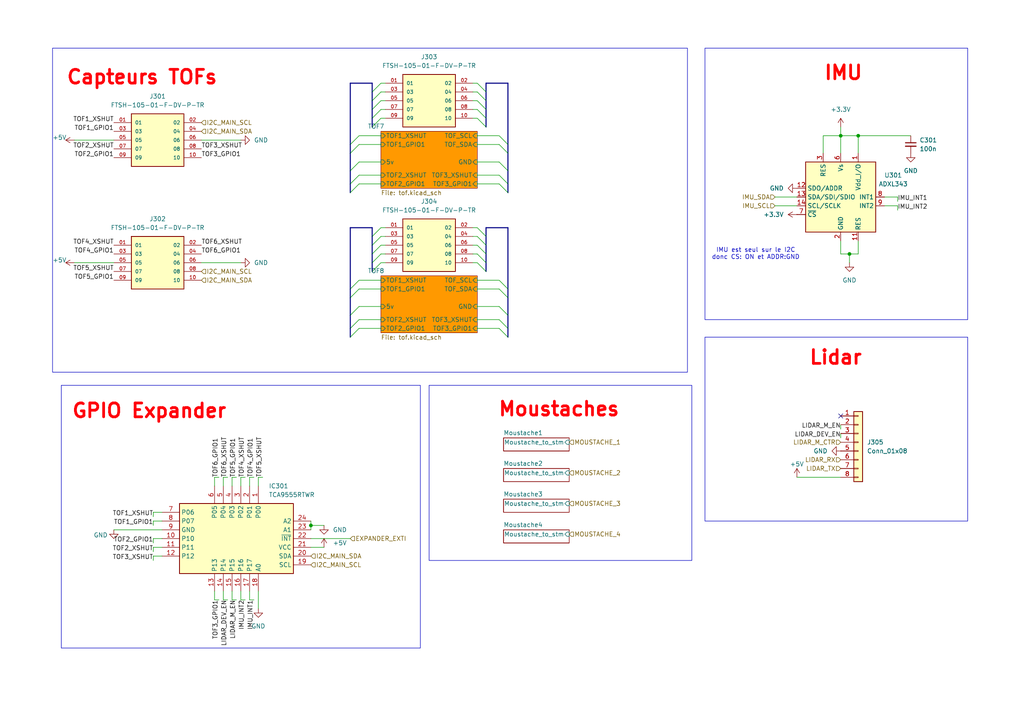
<source format=kicad_sch>
(kicad_sch (version 20231120) (generator "eeschema") (generator_version "8.0")
  (paper "A4")
  (lib_symbols
    (symbol "+3.3V_1" (power) (pin_numbers hide) (pin_names (offset 0) hide)
      (property "Value" "+3.3V" (at 0 3.556 0))
      (symbol "+3.3V_1_0_1"
        (polyline (pts (xy -0.762 1.27) (xy 0 2.54)))
        (polyline (pts (xy 0 0) (xy 0 2.54)))
        (polyline (pts (xy 0 2.54) (xy 0.762 1.27)))
      )
      (symbol "+3.3V_1_1_1"
        (pin power_in line (at 0 0 90) (length 0) (name "~") (number "1"))
      )
    )
    (symbol "Connector_Generic:Conn_01x08" (pin_names (offset 1.016) hide)
      (property "Reference" "J" (at 0 10.16 0))
      (property "Value" "Conn_01x08" (at 0 -12.7 0))
      (symbol "Conn_01x08_1_1"
        (rectangle (start -1.27 -10.033) (end 0 -10.287) (stroke (width 0.1524)))
        (rectangle (start -1.27 -7.493) (end 0 -7.747) (stroke (width 0.1524)))
        (rectangle (start -1.27 -4.953) (end 0 -5.207) (stroke (width 0.1524)))
        (rectangle (start -1.27 -2.413) (end 0 -2.667) (stroke (width 0.1524)))
        (rectangle (start -1.27 0.127) (end 0 -0.127) (stroke (width 0.1524)))
        (rectangle (start -1.27 2.667) (end 0 2.413) (stroke (width 0.1524)))
        (rectangle (start -1.27 5.207) (end 0 4.953) (stroke (width 0.1524)))
        (rectangle (start -1.27 7.747) (end 0 7.493) (stroke (width 0.1524)))
        (rectangle (start -1.27 8.89) (end 1.27 -11.43) (stroke (width 0.254)) (fill (type background)))
        (pin passive line (at -5.08 7.62 0) (length 3.81) (name "Pin_1") (number "1"))
        (pin passive line (at -5.08 5.08 0) (length 3.81) (name "Pin_2") (number "2"))
        (pin passive line (at -5.08 2.54 0) (length 3.81) (name "Pin_3") (number "3"))
        (pin passive line (at -5.08 0 0) (length 3.81) (name "Pin_4") (number "4"))
        (pin passive line (at -5.08 -2.54 0) (length 3.81) (name "Pin_5") (number "5"))
        (pin passive line (at -5.08 -5.08 0) (length 3.81) (name "Pin_6") (number "6"))
        (pin passive line (at -5.08 -7.62 0) (length 3.81) (name "Pin_7") (number "7"))
        (pin passive line (at -5.08 -10.16 0) (length 3.81) (name "Pin_8") (number "8"))
      )
    )
    (symbol "Device:C_Small" (pin_numbers hide) (pin_names (offset 0.254) hide)
      (property "Reference" "C" (at 0.254 1.778 0))
      (property "Value" "C_Small" (at 0.254 -2.032 0))
      (symbol "C_Small_0_1"
        (polyline (pts (xy -1.524 -0.508) (xy 1.524 -0.508)) (stroke (width 0.3302)))
        (polyline (pts (xy -1.524 0.508) (xy 1.524 0.508)) (stroke (width 0.3048)))
      )
      (symbol "C_Small_1_1"
        (pin passive line (at 0 2.54 270) (length 2.032) (name "~") (number "1"))
        (pin passive line (at 0 -2.54 90) (length 2.032) (name "~") (number "2"))
      )
    )
    (symbol "GND_1" (power) (pin_numbers hide) (pin_names (offset 0) hide)
      (property "Value" "GND" (at 0 -3.81 0))
      (symbol "GND_1_0_1"
        (polyline (pts (xy 0 0) (xy 0 -1.27) (xy 1.27 -1.27) (xy 0 -2.54) (xy -1.27 -1.27) (xy 0 -1.27)))
      )
      (symbol "GND_1_1_1"
        (pin power_in line (at 0 0 270) (length 0) (name "~") (number "1"))
      )
    )
    (symbol "GND_2" (power) (pin_numbers hide) (pin_names (offset 0) hide)
      (property "Value" "GND" (at 0 -3.81 0))
      (symbol "GND_2_0_1"
        (polyline (pts (xy 0 0) (xy 0 -1.27) (xy 1.27 -1.27) (xy 0 -2.54) (xy -1.27 -1.27) (xy 0 -1.27)))
      )
      (symbol "GND_2_1_1"
        (pin power_in line (at 0 0 270) (length 0) (name "~") (number "1"))
      )
    )
    (symbol "GND_3" (power) (pin_numbers hide) (pin_names (offset 0) hide)
      (property "Value" "GND" (at 0 -3.81 0))
      (symbol "GND_3_0_1"
        (polyline (pts (xy 0 0) (xy 0 -1.27) (xy 1.27 -1.27) (xy 0 -2.54) (xy -1.27 -1.27) (xy 0 -1.27)))
      )
      (symbol "GND_3_1_1"
        (pin power_in line (at 0 0 270) (length 0) (name "~") (number "1"))
      )
    )
    (symbol "Sensor_Motion:ADXL343"
      (property "Reference" "U301" (at 15.24 6.3186 0))
      (property "Value" "ADXL343" (at 15.24 3.7786 0))
      (symbol "ADXL343_0_1"
        (rectangle (start -10.16 10.16) (end 10.16 -10.16) (stroke (width 0.254)) (fill (type background)))
      )
      (symbol "ADXL343_1_1"
        (pin power_in line (at 5.08 12.7 270) (length 2.54) (name "Vdd_I/O") (number "1"))
        (pin no_connect line (at -5.08 -10.16 90) (length 2.54) hide (name "NC") (number "10"))
        (pin power_in line (at 5.08 -12.7 90) (length 2.54) (name "RES") (number "11"))
        (pin passive line (at -12.7 2.54 0) (length 2.54) (name "SDO/ADDR") (number "12"))
        (pin passive line (at -12.7 0 0) (length 2.54) (name "SDA/SDI/SDIO") (number "13"))
        (pin input line (at -12.7 -2.54 0) (length 2.54) (name "SCL/SCLK") (number "14"))
        (pin power_in line (at 0 -12.7 90) (length 2.54) (name "GND") (number "2"))
        (pin power_in line (at -5.08 12.7 270) (length 2.54) (name "RES") (number "3"))
        (pin passive line (at 0 -12.7 90) (length 2.54) hide (name "GND") (number "4"))
        (pin passive line (at 0 -12.7 90) (length 2.54) hide (name "GND") (number "5"))
        (pin power_in line (at 0 12.7 270) (length 2.54) (name "Vs") (number "6"))
        (pin input line (at -12.7 -5.08 0) (length 2.54) (name "~{CS}") (number "7"))
        (pin output line (at 12.7 0 180) (length 2.54) (name "INT1") (number "8"))
        (pin output line (at 12.7 -2.54 180) (length 2.54) (name "INT2") (number "9"))
      )
    )
    (symbol "TCA9555RTWR:TCA9555RTWR"
      (property "Reference" "IC301" (at 0 3.0165 90))
      (property "Value" "TCA9555RTWR" (at 2.54 3.0165 90))
      (symbol "TCA9555RTWR_1_1"
        (rectangle (start 5.08 10.16) (end 25.4 -22.86) (stroke (width 0.254)) (fill (type background)))
        (pin passive line (at 0 0 0) (length 5.08) (name "P00") (number "1"))
        (pin passive line (at 15.24 -27.94 90) (length 5.08) (name "P10") (number "10"))
        (pin passive line (at 17.78 -27.94 90) (length 5.08) (name "P11") (number "11"))
        (pin passive line (at 20.32 -27.94 90) (length 5.08) (name "P12") (number "12"))
        (pin passive line (at 30.48 -12.7 180) (length 5.08) (name "P13") (number "13"))
        (pin passive line (at 30.48 -10.16 180) (length 5.08) (name "P14") (number "14"))
        (pin passive line (at 30.48 -7.62 180) (length 5.08) (name "P15") (number "15"))
        (pin passive line (at 30.48 -5.08 180) (length 5.08) (name "P16") (number "16"))
        (pin passive line (at 30.48 -2.54 180) (length 5.08) (name "P17") (number "17"))
        (pin passive line (at 30.48 0 180) (length 5.08) (name "A0") (number "18"))
        (pin passive line (at 22.86 15.24 270) (length 5.08) (name "SCL") (number "19"))
        (pin passive line (at 0 -2.54 0) (length 5.08) (name "P01") (number "2"))
        (pin passive line (at 20.32 15.24 270) (length 5.08) (name "SDA") (number "20"))
        (pin power_in line (at 17.78 15.24 270) (length 5.08) (name "VCC") (number "21"))
        (pin passive line (at 15.24 15.24 270) (length 5.08) (name "~{INT}") (number "22"))
        (pin power_in line (at 12.7 15.24 270) (length 5.08) (name "A1") (number "23"))
        (pin power_in line (at 10.16 15.24 270) (length 5.08) (name "A2") (number "24"))
        (pin passive line (at 0 -5.08 0) (length 5.08) (name "P02") (number "3"))
        (pin passive line (at 0 -7.62 0) (length 5.08) (name "P03") (number "4"))
        (pin passive line (at 0 -10.16 0) (length 5.08) (name "P04") (number "5"))
        (pin passive line (at 0 -12.7 0) (length 5.08) (name "P05") (number "6"))
        (pin passive line (at 7.62 -27.94 90) (length 5.08) (name "P06") (number "7"))
        (pin passive line (at 10.16 -27.94 90) (length 5.08) (name "P07") (number "8"))
        (pin power_in line (at 12.7 -27.94 90) (length 5.08) (name "GND") (number "9"))
      )
    )
    (symbol "Tom&Jerry:FTSH-105-01-F-DV-P-TR" (pin_names (offset 1.016))
      (property "Reference" "J" (at -8.12 7.62 0))
      (property "Value" "FTSH-105-01-F-DV-P-TR" (at -7.62 -10.16 0))
      (symbol "FTSH-105-01-F-DV-P-TR_0_0"
        (rectangle (start -7.62 -7.62) (end 7.62 7.62) (stroke (width 0.254)) (fill (type background)))
        (pin passive line (at -12.7 5.08 0) (length 5.08) (name "01") (number "01"))
        (pin passive line (at 12.7 5.08 180) (length 5.08) (name "02") (number "02"))
        (pin passive line (at -12.7 2.54 0) (length 5.08) (name "03") (number "03"))
        (pin passive line (at 12.7 2.54 180) (length 5.08) (name "04") (number "04"))
        (pin passive line (at -12.7 0 0) (length 5.08) (name "05") (number "05"))
        (pin passive line (at 12.7 0 180) (length 5.08) (name "06") (number "06"))
        (pin passive line (at -12.7 -2.54 0) (length 5.08) (name "07") (number "07"))
        (pin passive line (at 12.7 -2.54 180) (length 5.08) (name "08") (number "08"))
        (pin passive line (at -12.7 -5.08 0) (length 5.08) (name "09") (number "09"))
        (pin passive line (at 12.7 -5.08 180) (length 5.08) (name "10") (number "10"))
      )
    )
    (symbol "power:+5V" (power) (pin_names (offset 0))
      (property "Value" "+5V" (at 0 3.556 0))
      (symbol "+5V_0_1"
        (polyline (pts (xy -0.762 1.27) (xy 0 2.54)))
        (polyline (pts (xy 0 0) (xy 0 2.54)))
        (polyline (pts (xy 0 2.54) (xy 0.762 1.27)))
      )
      (symbol "+5V_1_1"
        (pin power_in line (at 0 0 90) (length 0) hide (name "+5V") (number "1"))
      )
    )
    (symbol "power:GND" (power) (pin_names (offset 0))
      (property "Value" "GND" (at 0 -3.81 0))
      (symbol "GND_0_1"
        (polyline (pts (xy 0 0) (xy 0 -1.27) (xy 1.27 -1.27) (xy 0 -2.54) (xy -1.27 -1.27) (xy 0 -1.27)))
      )
      (symbol "GND_1_1"
        (pin power_in line (at 0 0 270) (length 0) hide (name "GND") (number "1"))
      )
    )
  )
  (junction (at 243.84 39.37))
  (junction (at 248.92 39.37))
  (junction (at 90.17 152.4))
  (junction (at 246.38 73.66))
  (no_connect (at 243.84 120.65))
  (bus_entry (at 101.6 41.91) (size 2.54 -2.54))
  (bus_entry (at 144.78 81.28) (size 2.54 2.54))
  (bus_entry (at 110.49 73.66) (size -2.54 2.54))
  (bus_entry (at 138.43 76.2) (size 2.54 2.54))
  (bus_entry (at 138.43 34.29) (size 2.54 2.54))
  (bus_entry (at 101.6 83.82) (size 2.54 -2.54))
  (bus_entry (at 110.49 29.21) (size -2.54 2.54))
  (bus_entry (at 138.43 68.58) (size 2.54 2.54))
  (bus_entry (at 110.49 34.29) (size -2.54 2.54))
  (bus_entry (at 101.6 55.88) (size 2.54 -2.54))
  (bus_entry (at 144.78 53.34) (size 2.54 2.54))
  (bus_entry (at 144.78 41.91) (size 2.54 2.54))
  (bus_entry (at 101.6 97.79) (size 2.54 -2.54))
  (bus_entry (at 144.78 88.9) (size 2.54 2.54))
  (bus_entry (at 110.49 66.04) (size -2.54 2.54))
  (bus_entry (at 110.49 26.67) (size -2.54 2.54))
  (bus_entry (at 138.43 73.66) (size 2.54 2.54))
  (bus_entry (at 101.6 95.25) (size 2.54 -2.54))
  (bus_entry (at 138.43 71.12) (size 2.54 2.54))
  (bus_entry (at 144.78 83.82) (size 2.54 2.54))
  (bus_entry (at 110.49 31.75) (size -2.54 2.54))
  (bus_entry (at 138.43 29.21) (size 2.54 2.54))
  (bus_entry (at 101.6 86.36) (size 2.54 -2.54))
  (bus_entry (at 138.43 66.04) (size 2.54 2.54))
  (bus_entry (at 138.43 24.13) (size 2.54 2.54))
  (bus_entry (at 138.43 26.67) (size 2.54 2.54))
  (bus_entry (at 110.49 71.12) (size -2.54 2.54))
  (bus_entry (at 101.6 53.34) (size 2.54 -2.54))
  (bus_entry (at 104.14 88.9) (size -2.54 2.54))
  (bus_entry (at 144.78 46.99) (size 2.54 2.54))
  (bus_entry (at 144.78 50.8) (size 2.54 2.54))
  (bus_entry (at 110.49 76.2) (size -2.54 2.54))
  (bus_entry (at 110.49 24.13) (size -2.54 2.54))
  (bus_entry (at 144.78 92.71) (size 2.54 2.54))
  (bus_entry (at 144.78 95.25) (size 2.54 2.54))
  (bus_entry (at 138.43 31.75) (size 2.54 2.54))
  (bus_entry (at 110.49 68.58) (size -2.54 2.54))
  (bus_entry (at 144.78 39.37) (size 2.54 2.54))
  (bus_entry (at 104.14 46.99) (size -2.54 2.54))
  (bus_entry (at 101.6 44.45) (size 2.54 -2.54))
  (wire (pts (xy 67.31 173.99) (xy 68.58 173.99)))
  (wire (pts (xy 138.43 53.34) (xy 144.78 53.34)))
  (wire (pts (xy 104.14 92.71) (xy 110.49 92.71)))
  (wire (pts (xy 44.45 160.02) (xy 44.45 158.75)))
  (wire (pts (xy 44.45 148.59) (xy 46.99 148.59)))
  (wire (pts (xy 90.17 151.13) (xy 90.17 152.4)))
  (bus (pts (xy 107.95 29.21) (xy 107.95 31.75)))
  (wire (pts (xy 69.85 173.99) (xy 69.85 171.45)))
  (bus (pts (xy 101.6 24.13) (xy 101.6 41.91)))
  (wire (pts (xy 137.16 68.58) (xy 138.43 68.58)))
  (bus (pts (xy 101.6 95.25) (xy 101.6 97.79)))
  (wire (pts (xy 224.79 59.69) (xy 231.14 59.69)))
  (bus (pts (xy 147.32 91.44) (xy 147.32 95.25)))
  (wire (pts (xy 104.14 46.99) (xy 110.49 46.99)))
  (bus (pts (xy 140.97 36.83) (xy 140.97 34.29)))
  (wire (pts (xy 104.14 39.37) (xy 110.49 39.37)))
  (bus (pts (xy 107.95 73.66) (xy 107.95 76.2)))
  (wire (pts (xy 110.49 76.2) (xy 111.76 76.2)))
  (bus (pts (xy 107.95 31.75) (xy 107.95 34.29)))
  (wire (pts (xy 238.76 44.45) (xy 238.76 39.37)))
  (wire (pts (xy 93.98 152.4) (xy 90.17 152.4)))
  (wire (pts (xy 58.42 40.64) (xy 69.85 40.64)))
  (wire (pts (xy 72.39 138.43) (xy 72.39 140.97)))
  (wire (pts (xy 248.92 39.37) (xy 248.92 44.45)))
  (wire (pts (xy 138.43 39.37) (xy 144.78 39.37)))
  (wire (pts (xy 63.5 138.43) (xy 62.23 138.43)))
  (wire (pts (xy 137.16 34.29) (xy 138.43 34.29)))
  (bus (pts (xy 140.97 26.67) (xy 140.97 24.13)))
  (wire (pts (xy 66.04 138.43) (xy 64.77 138.43)))
  (wire (pts (xy 110.49 24.13) (xy 111.76 24.13)))
  (wire (pts (xy 260.35 57.15) (xy 256.54 57.15)))
  (wire (pts (xy 110.49 29.21) (xy 111.76 29.21)))
  (wire (pts (xy 137.16 31.75) (xy 138.43 31.75)))
  (wire (pts (xy 64.77 173.99) (xy 64.77 171.45)))
  (wire (pts (xy 137.16 76.2) (xy 138.43 76.2)))
  (wire (pts (xy 138.43 95.25) (xy 144.78 95.25)))
  (wire (pts (xy 104.14 81.28) (xy 110.49 81.28)))
  (wire (pts (xy 44.45 158.75) (xy 46.99 158.75)))
  (wire (pts (xy 137.16 26.67) (xy 138.43 26.67)))
  (wire (pts (xy 231.14 138.43) (xy 243.84 138.43)))
  (wire (pts (xy 44.45 152.4) (xy 44.45 151.13)))
  (wire (pts (xy 137.16 29.21) (xy 138.43 29.21)))
  (bus (pts (xy 101.6 44.45) (xy 101.6 49.53)))
  (wire (pts (xy 243.84 73.66) (xy 246.38 73.66)))
  (bus (pts (xy 140.97 76.2) (xy 140.97 73.66)))
  (wire (pts (xy 110.49 71.12) (xy 111.76 71.12)))
  (bus (pts (xy 147.32 86.36) (xy 147.32 91.44)))
  (bus (pts (xy 101.6 41.91) (xy 101.6 44.45)))
  (wire (pts (xy 90.17 156.21) (xy 101.6 156.21)))
  (wire (pts (xy 137.16 71.12) (xy 138.43 71.12)))
  (bus (pts (xy 101.6 66.04) (xy 101.6 83.82)))
  (wire (pts (xy 137.16 73.66) (xy 138.43 73.66)))
  (wire (pts (xy 260.35 60.96) (xy 260.35 59.69)))
  (bus (pts (xy 147.32 95.25) (xy 147.32 97.79)))
  (wire (pts (xy 67.31 138.43) (xy 67.31 140.97)))
  (wire (pts (xy 21.59 40.64) (xy 33.02 40.64)))
  (wire (pts (xy 246.38 73.66) (xy 248.92 73.66)))
  (wire (pts (xy 243.84 127) (xy 243.84 125.73)))
  (bus (pts (xy 140.97 66.04) (xy 147.32 66.04)))
  (bus (pts (xy 140.97 24.13) (xy 147.32 24.13)))
  (bus (pts (xy 140.97 71.12) (xy 140.97 68.58)))
  (wire (pts (xy 104.14 88.9) (xy 110.49 88.9)))
  (wire (pts (xy 137.16 24.13) (xy 138.43 24.13)))
  (wire (pts (xy 248.92 73.66) (xy 248.92 69.85)))
  (wire (pts (xy 21.59 76.2) (xy 33.02 76.2)))
  (wire (pts (xy 73.66 138.43) (xy 72.39 138.43)))
  (wire (pts (xy 138.43 83.82) (xy 144.78 83.82)))
  (wire (pts (xy 137.16 66.04) (xy 138.43 66.04)))
  (bus (pts (xy 147.32 49.53) (xy 147.32 53.34)))
  (wire (pts (xy 68.58 138.43) (xy 67.31 138.43)))
  (wire (pts (xy 243.84 124.46) (xy 243.84 123.19)))
  (bus (pts (xy 101.6 49.53) (xy 101.6 53.34)))
  (wire (pts (xy 238.76 39.37) (xy 243.84 39.37)))
  (wire (pts (xy 74.93 176.53) (xy 74.93 171.45)))
  (wire (pts (xy 138.43 92.71) (xy 144.78 92.71)))
  (wire (pts (xy 62.23 171.45) (xy 62.23 173.99)))
  (wire (pts (xy 246.38 73.66) (xy 246.38 76.2)))
  (wire (pts (xy 243.84 36.83) (xy 243.84 39.37)))
  (bus (pts (xy 107.95 76.2) (xy 107.95 78.74)))
  (wire (pts (xy 104.14 95.25) (xy 110.49 95.25)))
  (bus (pts (xy 147.32 66.04) (xy 147.32 83.82)))
  (bus (pts (xy 140.97 73.66) (xy 140.97 71.12)))
  (wire (pts (xy 104.14 50.8) (xy 110.49 50.8)))
  (wire (pts (xy 69.85 138.43) (xy 69.85 140.97)))
  (bus (pts (xy 101.6 53.34) (xy 101.6 55.88)))
  (bus (pts (xy 101.6 24.13) (xy 107.95 24.13)))
  (wire (pts (xy 44.45 157.48) (xy 44.45 156.21)))
  (bus (pts (xy 101.6 66.04) (xy 107.95 66.04)))
  (wire (pts (xy 44.45 151.13) (xy 46.99 151.13)))
  (wire (pts (xy 72.39 173.99) (xy 72.39 171.45)))
  (bus (pts (xy 140.97 29.21) (xy 140.97 26.67)))
  (wire (pts (xy 110.49 66.04) (xy 111.76 66.04)))
  (wire (pts (xy 71.12 138.43) (xy 69.85 138.43)))
  (wire (pts (xy 110.49 34.29) (xy 111.76 34.29)))
  (wire (pts (xy 93.98 158.75) (xy 90.17 158.75)))
  (wire (pts (xy 243.84 44.45) (xy 243.84 39.37)))
  (wire (pts (xy 110.49 26.67) (xy 111.76 26.67)))
  (wire (pts (xy 33.02 153.67) (xy 46.99 153.67)))
  (wire (pts (xy 76.2 138.43) (xy 74.93 138.43)))
  (bus (pts (xy 101.6 86.36) (xy 101.6 91.44)))
  (wire (pts (xy 58.42 76.2) (xy 69.85 76.2)))
  (wire (pts (xy 64.77 138.43) (xy 64.77 140.97)))
  (bus (pts (xy 140.97 31.75) (xy 140.97 29.21)))
  (bus (pts (xy 107.95 24.13) (xy 107.95 26.67)))
  (bus (pts (xy 107.95 71.12) (xy 107.95 73.66)))
  (wire (pts (xy 224.79 57.15) (xy 231.14 57.15)))
  (wire (pts (xy 44.45 156.21) (xy 46.99 156.21)))
  (wire (pts (xy 138.43 81.28) (xy 144.78 81.28)))
  (wire (pts (xy 104.14 83.82) (xy 110.49 83.82)))
  (bus (pts (xy 107.95 26.67) (xy 107.95 29.21)))
  (bus (pts (xy 147.32 83.82) (xy 147.32 86.36)))
  (wire (pts (xy 138.43 50.8) (xy 144.78 50.8)))
  (bus (pts (xy 147.32 24.13) (xy 147.32 41.91)))
  (bus (pts (xy 140.97 34.29) (xy 140.97 31.75)))
  (wire (pts (xy 138.43 41.91) (xy 144.78 41.91)))
  (bus (pts (xy 140.97 68.58) (xy 140.97 66.04)))
  (wire (pts (xy 73.66 173.99) (xy 72.39 173.99)))
  (wire (pts (xy 110.49 31.75) (xy 111.76 31.75)))
  (wire (pts (xy 74.93 138.43) (xy 74.93 140.97)))
  (bus (pts (xy 101.6 83.82) (xy 101.6 86.36)))
  (bus (pts (xy 147.32 44.45) (xy 147.32 49.53)))
  (wire (pts (xy 138.43 46.99) (xy 144.78 46.99)))
  (wire (pts (xy 67.31 171.45) (xy 67.31 173.99)))
  (wire (pts (xy 44.45 162.56) (xy 44.45 161.29)))
  (bus (pts (xy 140.97 78.74) (xy 140.97 76.2)))
  (wire (pts (xy 104.14 53.34) (xy 110.49 53.34)))
  (wire (pts (xy 66.04 173.99) (xy 64.77 173.99)))
  (bus (pts (xy 147.32 53.34) (xy 147.32 55.88)))
  (wire (pts (xy 243.84 39.37) (xy 248.92 39.37)))
  (wire (pts (xy 63.5 173.99) (xy 62.23 173.99)))
  (wire (pts (xy 110.49 68.58) (xy 111.76 68.58)))
  (wire (pts (xy 71.12 173.99) (xy 69.85 173.99)))
  (bus (pts (xy 101.6 91.44) (xy 101.6 95.25)))
  (bus (pts (xy 147.32 41.91) (xy 147.32 44.45)))
  (wire (pts (xy 248.92 39.37) (xy 264.16 39.37)))
  (wire (pts (xy 90.17 152.4) (xy 90.17 153.67)))
  (bus (pts (xy 107.95 66.04) (xy 107.95 68.58)))
  (wire (pts (xy 44.45 161.29) (xy 46.99 161.29)))
  (wire (pts (xy 260.35 58.42) (xy 260.35 57.15)))
  (wire (pts (xy 44.45 149.86) (xy 44.45 148.59)))
  (wire (pts (xy 138.43 88.9) (xy 144.78 88.9)))
  (bus (pts (xy 107.95 68.58) (xy 107.95 71.12)))
  (wire (pts (xy 110.49 73.66) (xy 111.76 73.66)))
  (wire (pts (xy 260.35 59.69) (xy 256.54 59.69)))
  (wire (pts (xy 62.23 138.43) (xy 62.23 140.97)))
  (wire (pts (xy 104.14 41.91) (xy 110.49 41.91)))
  (bus (pts (xy 107.95 34.29) (xy 107.95 36.83)))
  (wire (pts (xy 243.84 69.85) (xy 243.84 73.66)))
  (rectangle (start 204.47 97.79) (end 280.67 151.13))
  (rectangle (start 204.47 13.97) (end 280.67 92.71))
  (rectangle (start 15.24 13.97) (end 199.39 107.95))
  (rectangle (start 124.46 111.76) (end 200.66 162.56))
  (rectangle (start 17.78 111.76) (end 121.92 187.96))
  (text "GPIO Expander\n" (at 20.574 121.666 0) (effects (font (size 4 4) (thickness 0.8) (bold yes)) (justify left bottom)))
  (text "Moustaches\n" (at 144.272 121.158 0) (effects (font (size 4 4) (thickness 0.8) (bold yes)) (justify left bottom)))
  (text "IMU" (at 238.76 23.622 0) (effects (font (size 4 4) (bold yes)) (justify left bottom)))
  (text "Lidar" (at 234.442 106.172 0) (effects (font (size 4 4) (thickness 0.8) (bold yes)) (justify left bottom)))
  (text "IMU est seul sur le I2C\ndonc CS: ON et ADDR:GND\n" (at 219.202 73.66 0) (effects (font (size 1.27 1.27))))
  (text "Capteurs TOFs" (at 19.05 24.892 0) (effects (font (size 4 4) (thickness 0.8) (bold yes)) (justify left bottom)))
  (label "TOF5_GPIO1" (at 68.58 138.43 90))
  (label "TOF3_XSHUT" (at 58.42 43.18 0))
  (label "TOF2_GPIO1" (at 44.45 157.48 180))
  (label "IMU_INT2" (at 260.35 60.96 0))
  (label "IMU_INT2" (at 71.12 173.99 270))
  (label "TOF1_GPIO1" (at 44.45 152.4 180))
  (label "TOF3_GPIO1" (at 58.42 45.72 0))
  (label "TOF1_GPIO1" (at 33.02 38.1 180))
  (label "LIDAR_DEV_EN" (at 243.84 127 180))
  (label "TOF2_XSHUT" (at 33.02 43.18 180))
  (label "TOF6_GPIO1" (at 63.5 138.43 90))
  (label "TOF1_XSHUT" (at 44.45 149.86 180))
  (label "TOF6_XSHUT" (at 58.42 71.12 0))
  (label "TOF3_GPIO1" (at 63.5 173.99 270))
  (label "TOF3_XSHUT" (at 44.45 162.56 180))
  (label "TOF6_XSHUT" (at 66.04 138.43 90))
  (label "TOF2_XSHUT" (at 44.45 160.02 180))
  (label "TOF4_XSHUT" (at 33.02 71.12 180))
  (label "IMU_INT1" (at 73.66 173.99 270))
  (label "TOF1_XSHUT" (at 33.02 35.56 180))
  (label "TOF2_GPIO1" (at 33.02 45.72 180))
  (label "TOF6_GPIO1" (at 58.42 73.66 0))
  (label "TOF5_GPIO1" (at 33.02 81.28 180))
  (label "LIDAR_DEV_EN" (at 66.04 173.99 270) (effects (font (thickness 0.1588))))
  (label "IMU_INT1" (at 260.35 58.42 0))
  (label "TOF4_XSHUT" (at 71.12 138.43 90))
  (label "LIDAR_M_EN" (at 68.58 173.99 270) (effects (font (thickness 0.1588))))
  (label "TOF5_XSHUT" (at 33.02 78.74 180))
  (label "TOF5_XSHUT" (at 76.2 138.43 90))
  (label "TOF4_GPIO1" (at 73.66 138.43 90))
  (label "TOF4_GPIO1" (at 33.02 73.66 180))
  (label "LIDAR_M_EN" (at 243.84 124.46 180))
  (hierarchical_label "I2C_MAIN_SCL" (shape input) (at 58.42 78.74 0))
  (hierarchical_label "LIDAR_TX" (shape input) (at 243.84 135.89 180))
  (hierarchical_label "I2C_MAIN_SCL" (shape input) (at 90.17 163.83 0))
  (hierarchical_label "LIDAR_RX" (shape input) (at 243.84 133.35 180))
  (hierarchical_label "EXPANDER_EXTI" (shape input) (at 101.6 156.21 0))
  (hierarchical_label "MOUSTACHE_3" (shape input) (at 165.1 146.05 0))
  (hierarchical_label "I2C_MAIN_SDA" (shape input) (at 90.17 161.29 0))
  (hierarchical_label "LIDAR_M_CTR" (shape input) (at 243.84 128.27 180))
  (hierarchical_label "IMU_SCL" (shape input) (at 224.79 59.69 180))
  (hierarchical_label "IMU_SDA" (shape input) (at 224.79 57.15 180))
  (hierarchical_label "MOUSTACHE_2" (shape input) (at 165.1 137.16 0))
  (hierarchical_label "I2C_MAIN_SDA" (shape input) (at 58.42 38.1 0))
  (hierarchical_label "MOUSTACHE_1" (shape input) (at 165.1 128.27 0))
  (hierarchical_label "I2C_MAIN_SCL" (shape input) (at 58.42 35.56 0))
  (hierarchical_label "MOUSTACHE_4" (shape input) (at 165.1 154.94 0))
  (hierarchical_label "I2C_MAIN_SDA" (shape input) (at 58.42 81.28 0))
  (symbol (lib_id "power:+5V") (at 21.59 40.64 90) (unit 1)
    (property "Reference" "#PWR0301" (effects (hide yes)))
    (property "Value" "+5V" (at 19.304 39.878 90) (effects (justify left)))
    (property "Description" "Power symbol creates a global label with name \"+5V\"" (effects (hide yes)))
  )
  (symbol (lib_name "+3.3V_1") (lib_id "power:+3.3V") (at 231.14 62.23 90) (unit 1)
    (property "Reference" "#PWR0310" (effects (hide yes)))
    (property "Value" "+3.3V" (at 227.33 62.2299 90) (effects (justify left)))
    (property "Description" "Power symbol creates a global label with name \"+3.3V\"" (effects (hide yes)))
  )
  (symbol (lib_name "GND_1") (lib_id "power:GND") (at 231.14 54.61 270) (unit 1)
    (property "Reference" "#PWR0309" (effects (hide yes)))
    (property "Value" "GND" (at 227.33 54.6099 90) (effects (justify right)))
    (property "Description" "Power symbol creates a global label with name \"GND\" , ground" (effects (hide yes)))
  )
  (symbol (lib_name "+3.3V_1") (lib_id "power:+3.3V") (at 243.84 36.83 0) (unit 1)
    (property "Reference" "#PWR0312" (effects (hide yes)))
    (property "Value" "+3.3V" (at 243.84 31.75 0))
    (property "Description" "Power symbol creates a global label with name \"+3.3V\"" (effects (hide yes)))
  )
  (symbol (lib_name "GND_2") (lib_id "power:GND") (at 264.16 44.45 0) (unit 1)
    (property "Reference" "#PWR0315" (effects (hide yes)))
    (property "Value" "GND" (at 264.16 49.53 0))
    (property "Description" "Power symbol creates a global label with name \"GND\" , ground" (effects (hide yes)))
  )
  (symbol (lib_id "power:+5V") (at 231.14 138.43 0) (unit 1)
    (property "Reference" "#PWR0311" (effects (hide yes)))
    (property "Value" "+5V" (at 231.14 134.62 0))
  )
  (symbol (lib_id "power:GND") (at 246.38 76.2 0) (unit 1)
    (property "Reference" "#PWR0314" (effects (hide yes)))
    (property "Value" "GND" (at 246.38 81.28 0))
    (property "Description" "Power symbol creates a global label with name \"GND\" , ground" (effects (hide yes)))
  )
  (symbol (lib_id "Device:C_Small") (at 264.16 41.91 0) (unit 1)
    (property "Reference" "C301" (at 266.7 40.6462 0) (effects (justify left)))
    (property "Value" "100n" (at 266.7 43.1862 0) (effects (justify left)))
    (property "Footprint" "Capacitor_SMD:C_0805_2012Metric" (effects (hide yes)))
    (property "Description" "Unpolarized capacitor, small symbol" (effects (hide yes)))
  )
  (symbol (lib_name "GND_3") (lib_id "power:GND") (at 243.84 130.81 270) (unit 1)
    (property "Reference" "#PWR0313" (effects (hide yes)))
    (property "Value" "GND" (at 240.03 130.8099 90) (effects (justify right)))
    (property "Description" "Power symbol creates a global label with name \"GND\" , ground" (effects (hide yes)))
  )
  (symbol (lib_id "power:+5V") (at 93.98 158.75 0) (unit 1)
    (property "Reference" "#PWR0308" (effects (hide yes)))
    (property "Value" "+5V" (at 96.52 157.4799 0) (effects (justify left)))
    (property "Description" "Power symbol creates a global label with name \"+5V\"" (effects (hide yes)))
  )
  (symbol (lib_id "power:GND") (at 69.85 40.64 90) (unit 1)
    (property "Reference" "#PWR0304" (effects (hide yes)))
    (property "Value" "GND" (at 73.66 40.6399 90) (effects (justify right)))
    (property "Description" "Power symbol creates a global label with name \"GND\" , ground" (effects (hide yes)))
  )
  (symbol (lib_id "Sensor_Motion:ADXL343") (at 243.84 57.15 0) (unit 1)
    (property "Reference" "U301" (at 259.08 50.8314 0))
    (property "Value" "ADXL343" (at 259.08 53.3714 0))
    (property "Footprint" "Tom&Jerry:PQFN80P300X500X100-14N" (effects (hide yes)))
    (property "Datasheet" "https://www.analog.com/media/en/technical-documentation/data-sheets/ADXL343.pdf" (effects (hide yes)))
    (property "Description" "3-Axis MEMS Accelerometer, 2/4/8/16g range, I2C/SPI, LGA-14" (effects (hide yes)))
  )
  (symbol (lib_id "TCA9555RTWR:TCA9555RTWR") (at 74.93 140.97 270) (unit 1)
    (property "Reference" "IC301" (at 77.9465 140.97 90) (effects (justify left)))
    (property "Value" "TCA9555RTWR" (at 77.9465 143.51 90) (effects (justify left)))
    (property "Footprint" "Tom&Jerry:RTW24_2P45X2P45" (effects (hide yes)))
    (property "Datasheet" "http://www.ti.com/lit/gpn/tca9555" (effects (hide yes)))
    (property "Description" "1.65 to 5.5V 16-Bit I2C and SMBus I/O Expander With Interrupt Output and Configuration Registers" (effects (hide yes)))
    (property "Height" "0.8" (effects (hide yes)))
    (property "Manufacturer_Name" "Texas Instruments" (effects (hide yes)))
    (property "Manufacturer_Part_Number" "TCA9555RTWR" (effects (hide yes)))
    (property "Mouser Part Number" "595-TCA9555RTWR" (effects (hide yes)))
    (property "Mouser Price/Stock" "https://www.mouser.co.uk/ProductDetail/Texas-Instruments/TCA9555RTWR?qs=O3wcJz4o8IcrHWYYvhjJoA%3D%3D" (effects (hide yes)))
    (property "Arrow Part Number" "TCA9555RTWR" (effects (hide yes)))
    (property "Arrow Price/Stock" "https://www.arrow.com/en/products/tca9555rtwr/texas-instruments?region=nac" (effects (hide yes)))
  )
  (symbol (lib_id "Tom&Jerry:FTSH-105-01-F-DV-P-TR") (at 45.72 76.2 0) (unit 1)
    (property "Reference" "J302" (at 45.72 63.5 0))
    (property "Value" "FTSH-105-01-F-DV-P-TR" (at 45.72 66.04 0))
    (property "Footprint" "Tom&Jerry:SAMTEC_FTSH-105-01-F-DV-P-TR" (effects (hide yes)))
    (property "PARTREV" "R" (effects (hide yes)))
    (property "MANUFACTURER" "Samtec" (effects (hide yes)))
    (property "STANDARD" "Manufacturer Recommendations" (effects (hide yes)))
  )
  (symbol (lib_id "power:+5V") (at 21.59 76.2 90) (unit 1)
    (property "Reference" "#PWR0302" (effects (hide yes)))
    (property "Value" "+5V" (at 19.304 75.438 90) (effects (justify left)))
    (property "Description" "Power symbol creates a global label with name \"+5V\"" (effects (hide yes)))
  )
  (symbol (lib_id "power:GND") (at 93.98 152.4 0) (unit 1)
    (property "Reference" "#PWR0307" (effects (hide yes)))
    (property "Value" "GND" (at 96.52 153.6699 0) (effects (justify left)))
    (property "Description" "Power symbol creates a global label with name \"GND\" , ground" (effects (hide yes)))
  )
  (symbol (lib_id "power:GND") (at 33.02 153.67 0) (unit 1)
    (property "Reference" "#PWR0303" (effects (hide yes)))
    (property "Value" "GND" (at 31.242 155.194 0) (effects (justify right)))
    (property "Description" "Power symbol creates a global label with name \"GND\" , ground" (effects (hide yes)))
  )
  (symbol (lib_id "Tom&Jerry:FTSH-105-01-F-DV-P-TR") (at 124.46 71.12 0) (unit 1) (on_board no)
    (property "Reference" "J304" (at 124.46 58.42 0))
    (property "Value" "FTSH-105-01-F-DV-P-TR" (at 124.46 60.96 0))
    (property "Footprint" "Tom&Jerry:SAMTEC_FTSH-105-01-F-DV-P-TR" (effects (hide yes)))
    (property "PARTREV" "R" (effects (hide yes)))
    (property "MANUFACTURER" "Samtec" (effects (hide yes)))
    (property "STANDARD" "Manufacturer Recommendations" (effects (hide yes)))
  )
  (symbol (lib_id "Tom&Jerry:FTSH-105-01-F-DV-P-TR") (at 124.46 29.21 0) (unit 1) (on_board no)
    (property "Reference" "J303" (at 124.46 16.51 0))
    (property "Value" "FTSH-105-01-F-DV-P-TR" (at 124.46 19.05 0))
    (property "Footprint" "Tom&Jerry:SAMTEC_FTSH-105-01-F-DV-P-TR" (effects (hide yes)))
    (property "PARTREV" "R" (effects (hide yes)))
    (property "MANUFACTURER" "Samtec" (effects (hide yes)))
    (property "STANDARD" "Manufacturer Recommendations" (effects (hide yes)))
  )
  (symbol (lib_id "power:GND") (at 74.93 176.53 0) (unit 1)
    (property "Reference" "#PWR0306" (effects (hide yes)))
    (property "Value" "GND" (at 74.93 181.61 0))
    (property "Description" "Power symbol creates a global label with name \"GND\" , ground" (effects (hide yes)))
  )
  (symbol (lib_id "Connector_Generic:Conn_01x08") (at 248.92 128.27 0) (unit 1)
    (property "Reference" "J305" (at 251.46 128.2699 0) (effects (justify left)))
    (property "Value" "Conn_01x08" (at 251.46 130.8099 0) (effects (justify left)))
    (property "Footprint" "Connector_JST:JST_XH_S8B-XH-A_1x08_P2.50mm_Horizontal" (effects (hide yes)))
    (property "Description" "Generic connector, single row, 01x08, script generated (kicad-library-utils/schlib/autogen/connector/)" (effects (hide yes)))
  )
  (symbol (lib_id "power:GND") (at 69.85 76.2 90) (unit 1)
    (property "Reference" "#PWR0305" (effects (hide yes)))
    (property "Value" "GND" (at 73.66 76.1999 90) (effects (justify right)))
    (property "Description" "Power symbol creates a global label with name \"GND\" , ground" (effects (hide yes)))
  )
  (symbol (lib_id "Tom&Jerry:FTSH-105-01-F-DV-P-TR") (at 45.72 40.64 0) (unit 1)
    (property "Reference" "J301" (at 45.72 27.94 0))
    (property "Value" "FTSH-105-01-F-DV-P-TR" (at 45.72 30.48 0))
    (property "Footprint" "Tom&Jerry:SAMTEC_FTSH-105-01-F-DV-P-TR" (effects (hide yes)))
    (property "PARTREV" "R" (effects (hide yes)))
    (property "MANUFACTURER" "Samtec" (effects (hide yes)))
    (property "STANDARD" "Manufacturer Recommendations" (effects (hide yes)))
  )
  (sheet (at 146.05 153.67) (size 19.05 3.81) (stroke (width 0.1524))
    (property "Sheetname" "Moustache4" (at 146.05 152.9584 0) (effects (justify left bottom)))
    (property "Sheetfile" "Moustache_out.kicad_sch" (effects (hide yes)))
    (pin "Moustache_to_stm" input (at 165.1 154.94 0))
  )
  (sheet (at 110.49 80.01) (size 27.94 16.51) (stroke (width 0.1524)) (fill (color 255 153 0 1.0000))
    (property "Sheetname" "TOF8" (at 106.68 79.2984 0) (effects (justify left bottom)))
    (property "Sheetfile" "tof.kicad_sch" (at 110.49 97.1046 0) (effects (justify left top)))
    (pin "TOF_SCL" input (at 138.43 81.28 0))
    (pin "TOF_SDA" input (at 138.43 83.82 0))
    (pin "TOF1_XSHUT" input (at 110.49 81.28 180))
    (pin "TOF1_GPIO1" input (at 110.49 83.82 180))
    (pin "GND" input (at 138.43 88.9 0))
    (pin "TOF2_GPIO1" input (at 110.49 95.25 180))
    (pin "TOF2_XSHUT" input (at 110.49 92.71 180))
    (pin "TOF3_XSHUT" input (at 138.43 92.71 0))
    (pin "TOF3_GPIO1" input (at 138.43 95.25 0))
    (pin "5v" input (at 110.49 88.9 180))
  )
  (sheet (at 146.05 127) (size 19.05 3.81) (stroke (width 0.1524))
    (property "Sheetname" "Moustache1" (at 146.05 126.2884 0) (effects (justify left bottom)))
    (property "Sheetfile" "Moustache_out.kicad_sch" (effects (hide yes)))
    (pin "Moustache_to_stm" input (at 165.1 128.27 0))
  )
  (sheet (at 110.49 38.1) (size 27.94 16.51) (stroke (width 0.1524)) (fill (color 255 153 0 1.0000))
    (property "Sheetname" "TOF7" (at 106.68 37.3884 0) (effects (justify left bottom)))
    (property "Sheetfile" "tof.kicad_sch" (at 110.49 55.1946 0) (effects (justify left top)))
    (pin "TOF_SCL" input (at 138.43 39.37 0))
    (pin "TOF_SDA" input (at 138.43 41.91 0))
    (pin "TOF1_XSHUT" input (at 110.49 39.37 180))
    (pin "TOF1_GPIO1" input (at 110.49 41.91 180))
    (pin "GND" input (at 138.43 46.99 0))
    (pin "TOF2_GPIO1" input (at 110.49 53.34 180))
    (pin "TOF2_XSHUT" input (at 110.49 50.8 180))
    (pin "TOF3_XSHUT" input (at 138.43 50.8 0))
    (pin "TOF3_GPIO1" input (at 138.43 53.34 0))
    (pin "5v" input (at 110.49 46.99 180))
  )
  (sheet (at 146.05 144.78) (size 19.05 3.81) (stroke (width 0.1524))
    (property "Sheetname" "Moustache3" (at 146.05 144.0684 0) (effects (justify left bottom)))
    (property "Sheetfile" "Moustache_out.kicad_sch" (effects (hide yes)))
    (pin "Moustache_to_stm" input (at 165.1 146.05 0))
  )
  (sheet (at 146.05 135.89) (size 19.05 3.81) (stroke (width 0.1524))
    (property "Sheetname" "Moustache2" (at 146.05 135.1784 0) (effects (justify left bottom)))
    (property "Sheetfile" "Moustache_out.kicad_sch" (effects (hide yes)))
    (pin "Moustache_to_stm" input (at 165.1 137.16 0))
  )
)
</source>
